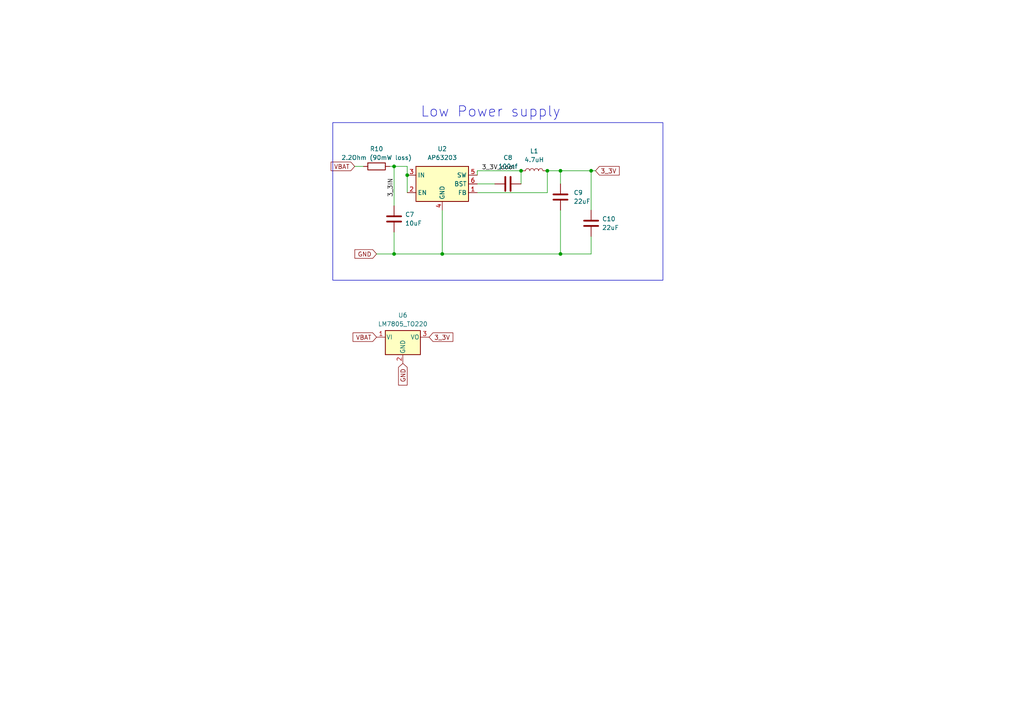
<source format=kicad_sch>
(kicad_sch (version 20250114) (generator "eeschema") (generator_version "9.0")
  (paper "A4")
  (lib_symbols
    (symbol "Device:C" (pin_numbers (hide yes)) (pin_names (offset 0.254))
      (property "Reference" "C" (at 0.635 2.54 0))
      (property "Value" "C" (at 0.635 -2.54 0))
      (symbol "C_0_1"
        (polyline (pts (xy -2.032 0.762) (xy 2.032 0.762)) (stroke (width 0.508)))
        (polyline (pts (xy -2.032 -0.762) (xy 2.032 -0.762)) (stroke (width 0.508)))
      )
      (symbol "C_1_1"
        (pin passive line (at 0 3.81 270) (length 2.794) (name "~") (number "1"))
        (pin passive line (at 0 -3.81 90) (length 2.794) (name "~") (number "2"))
      )
    )
    (symbol "Device:L" (pin_numbers (hide yes)) (pin_names (offset 1.016) (hide yes))
      (property "Reference" "L" (at -1.27 0 90))
      (property "Value" "L" (at 1.905 0 90))
      (symbol "L_0_1"
        (arc (start 0 2.54) (mid 0.6323 1.905) (end 0 1.27))
        (arc (start 0 1.27) (mid 0.6323 0.635) (end 0 0))
        (arc (start 0 0) (mid 0.6323 -0.635) (end 0 -1.27))
        (arc (start 0 -1.27) (mid 0.6323 -1.905) (end 0 -2.54))
      )
      (symbol "L_1_1"
        (pin passive line (at 0 3.81 270) (length 1.27) (name "1") (number "1"))
        (pin passive line (at 0 -3.81 90) (length 1.27) (name "2") (number "2"))
      )
    )
    (symbol "Device:R" (pin_numbers (hide yes)) (pin_names (offset 0))
      (property "Reference" "R" (at 2.032 0 90))
      (property "Value" "R" (at 0 0 90))
      (symbol "R_0_1"
        (rectangle (start -1.016 -2.54) (end 1.016 2.54) (stroke (width 0.254)))
      )
      (symbol "R_1_1"
        (pin passive line (at 0 3.81 270) (length 1.27) (name "~") (number "1"))
        (pin passive line (at 0 -3.81 90) (length 1.27) (name "~") (number "2"))
      )
    )
    (symbol "Regulator_Linear:LM7805_TO220" (pin_names (offset 0.254))
      (property "Reference" "U" (at -3.81 3.175 0))
      (property "Value" "LM7805_TO220" (at 0 3.175 0))
      (symbol "LM7805_TO220_0_1"
        (rectangle (start -5.08 1.905) (end 5.08 -5.08) (stroke (width 0.254)) (fill (type background)))
      )
      (symbol "LM7805_TO220_1_1"
        (pin power_in line (at -7.62 0 0) (length 2.54) (name "VI") (number "1"))
        (pin power_in line (at 0 -7.62 90) (length 2.54) (name "GND") (number "2"))
        (pin power_out line (at 7.62 0 180) (length 2.54) (name "VO") (number "3"))
      )
    )
    (symbol "Regulator_Switching:AP63205WU"
      (property "Reference" "U" (at -7.62 6.35 0))
      (property "Value" "AP63205WU" (at 2.54 6.35 0))
      (symbol "AP63205WU_0_1"
        (rectangle (start -7.62 5.08) (end 7.62 -5.08) (stroke (width 0.254)) (fill (type background)))
      )
      (symbol "AP63205WU_1_1"
        (pin power_in line (at -10.16 2.54 0) (length 2.54) (name "IN") (number "3"))
        (pin input line (at -10.16 -2.54 0) (length 2.54) (name "EN") (number "2"))
        (pin power_in line (at 0 -7.62 90) (length 2.54) (name "GND") (number "4"))
        (pin output line (at 10.16 2.54 180) (length 2.54) (name "SW") (number "5"))
        (pin passive line (at 10.16 0 180) (length 2.54) (name "BST") (number "6"))
        (pin input line (at 10.16 -2.54 180) (length 2.54) (name "FB") (number "1"))
      )
    )
  )
  (rectangle (start 96.52 35.56) (end 192.278 81.28))
  (text "Low Power supply" (at 121.92 34.29 0) (effects (font (size 3 3)) (justify left bottom)))
  (junction (at 114.3 73.66))
  (junction (at 114.3 48.26))
  (junction (at 118.11 50.8))
  (junction (at 162.56 73.66))
  (junction (at 128.27 73.66))
  (junction (at 162.56 49.53))
  (junction (at 171.45 49.53))
  (junction (at 151.13 49.53))
  (junction (at 158.75 49.53))
  (wire (pts (xy 138.43 50.8) (xy 138.43 49.53)))
  (wire (pts (xy 114.3 48.26) (xy 118.11 48.26)))
  (wire (pts (xy 138.43 55.88) (xy 158.75 55.88)))
  (wire (pts (xy 158.75 49.53) (xy 158.75 55.88)))
  (wire (pts (xy 113.03 48.26) (xy 114.3 48.26)))
  (wire (pts (xy 118.11 50.8) (xy 118.11 55.88)))
  (wire (pts (xy 118.11 50.8) (xy 118.11 48.26)))
  (wire (pts (xy 171.45 68.58) (xy 171.45 73.66)))
  (wire (pts (xy 151.13 49.53) (xy 151.13 53.34)))
  (wire (pts (xy 171.45 49.53) (xy 172.72 49.53)))
  (wire (pts (xy 114.3 67.31) (xy 114.3 73.66)))
  (wire (pts (xy 162.56 49.53) (xy 171.45 49.53)))
  (wire (pts (xy 162.56 73.66) (xy 171.45 73.66)))
  (wire (pts (xy 162.56 49.53) (xy 162.56 53.34)))
  (wire (pts (xy 171.45 49.53) (xy 171.45 60.96)))
  (wire (pts (xy 128.27 73.66) (xy 162.56 73.66)))
  (wire (pts (xy 138.43 53.34) (xy 143.51 53.34)))
  (wire (pts (xy 102.87 48.26) (xy 105.41 48.26)))
  (wire (pts (xy 114.3 48.26) (xy 114.3 59.69)))
  (wire (pts (xy 158.75 49.53) (xy 162.56 49.53)))
  (wire (pts (xy 138.43 49.53) (xy 151.13 49.53)))
  (wire (pts (xy 162.56 60.96) (xy 162.56 73.66)))
  (wire (pts (xy 109.22 73.66) (xy 114.3 73.66)))
  (wire (pts (xy 114.3 73.66) (xy 128.27 73.66)))
  (wire (pts (xy 128.27 73.66) (xy 128.27 60.96)))
  (label "3_3IN" (at 114.3 57.15 90))
  (label "3_3V_cool" (at 139.7 49.53 0))
  (global_label "3_3V" (shape input) (at 172.72 49.53 0) (property "Intersheetrefs" "${INTERSHEET_REFS}" (effects (hide yes))))
  (global_label "VBAT" (shape input) (at 102.87 48.26 180) (property "Intersheetrefs" "${INTERSHEET_REFS}" (effects (hide yes))))
  (global_label "GND" (shape input) (at 109.22 73.66 180) (property "Intersheetrefs" "${INTERSHEET_REFS}" (effects (hide yes))))
  (global_label "VBAT" (shape input) (at 109.22 97.79 180) (property "Intersheetrefs" "${INTERSHEET_REFS}" (effects (hide yes))))
  (global_label "3_3V" (shape input) (at 124.46 97.79 0) (property "Intersheetrefs" "${INTERSHEET_REFS}" (effects (hide yes))))
  (global_label "GND" (shape input) (at 116.84 105.41 270) (property "Intersheetrefs" "${INTERSHEET_REFS}" (effects (hide yes))))
  (symbol (lib_id "Device:C") (at 114.3 63.5 0) (unit 1)
    (property "Reference" "C7" (at 117.475 62.2299 0) (effects (justify left)))
    (property "Value" "10uF" (at 117.475 64.7699 0) (effects (justify left)))
    (property "Footprint" "PCM_Capacitor_SMD_Handsoldering_AKL:C_1206_3216Metric_Pad1.33x1.80mm" (effects (hide yes)))
    (property "LCSC_PART_NUMBER" "C13585" (effects (hide yes)))
  )
  (symbol (lib_id "Regulator_Switching:AP63205WU") (at 128.27 53.34 0) (unit 1)
    (property "Reference" "U2" (at 128.27 43.18 0))
    (property "Value" "AP63203" (at 128.27 45.72 0))
    (property "Footprint" "Package_TO_SOT_SMD:TSOT-23-6" (effects (hide yes)))
    (property "Datasheet" "https://www.diodes.com/assets/Datasheets/AP63200-AP63201-AP63203-AP63205.pdf" (effects (hide yes)))
    (property "LCSC" "C2071056" (effects (hide yes)))
    (property "LCSC_PART_NUMBER" "C780769" (effects (hide yes)))
  )
  (symbol (lib_id "Device:C") (at 147.32 53.34 90) (unit 1)
    (property "Reference" "C8" (at 147.32 45.72 90))
    (property "Value" "100nf" (at 147.32 48.26 90))
    (property "Footprint" "PCM_Capacitor_SMD_Handsoldering_AKL:C_0603_1608Metric_Pad1.08x0.95mm" (effects (hide yes)))
    (property "LCSC_PART_NUMBER" "C49678" (effects (hide yes)))
  )
  (symbol (lib_id "Device:C") (at 162.56 57.15 0) (unit 1)
    (property "Reference" "C9" (at 166.37 55.88 0) (effects (justify left)))
    (property "Value" "22uF" (at 166.37 58.42 0) (effects (justify left)))
    (property "Footprint" "PCM_Capacitor_SMD_Handsoldering_AKL:C_0805_2012Metric_Pad1.18x1.45mm" (effects (hide yes)))
    (property "LCSC_PART_NUMBER" "C45783" (effects (hide yes)))
  )
  (symbol (lib_id "Regulator_Linear:LM7805_TO220") (at 116.84 97.79 0) (unit 1)
    (property "Reference" "U6" (at 116.84 91.44 0))
    (property "Value" "LM7805_TO220" (at 116.84 93.98 0))
    (property "Footprint" "Package_TO_SOT_THT:TO-220-3_Horizontal_TabDown" (effects (hide yes)))
    (property "Datasheet" "https://www.onsemi.cn/PowerSolutions/document/MC7800-D.PDF" (effects (hide yes)))
    (property "Description" "Positive 1A 35V Linear Regulator, Fixed Output 5V, TO-220" (effects (hide yes)))
  )
  (symbol (lib_id "Device:C") (at 171.45 64.77 0) (unit 1)
    (property "Reference" "C10" (at 174.625 63.4999 0) (effects (justify left)))
    (property "Value" "22uF" (at 174.625 66.0399 0) (effects (justify left)))
    (property "Footprint" "PCM_Capacitor_SMD_Handsoldering_AKL:C_0805_2012Metric_Pad1.18x1.45mm" (effects (hide yes)))
    (property "LCSC_PART_NUMBER" "C45783" (effects (hide yes)))
  )
  (symbol (lib_id "Device:R") (at 109.22 48.26 90) (unit 1)
    (property "Reference" "R10" (at 109.22 43.18 90))
    (property "Value" "2.2Ohm (90mW loss)" (at 109.22 45.72 90))
    (property "Footprint" "Resistor_SMD:R_0603_1608Metric" (effects (hide yes)))
    (property "LCSC" "C17513" (effects (hide yes)))
    (property "LCSC_PART_NUMBER" "C2930032" (effects (hide yes)))
  )
  (symbol (lib_id "Device:L") (at 154.94 49.53 90) (unit 1)
    (property "Reference" "L1" (at 154.94 43.815 90))
    (property "Value" "4.7uH" (at 154.94 46.355 90))
    (property "Footprint" "Inductor_SMD:L_1210_3225Metric" (effects (hide yes)))
    (property "Datasheet" "http://www.yuden.co.jp/cs/" (effects (hide yes)))
    (property "LCSC_PART_NUMBER" "C520271" (effects (hide yes)))
  )
)
</source>
